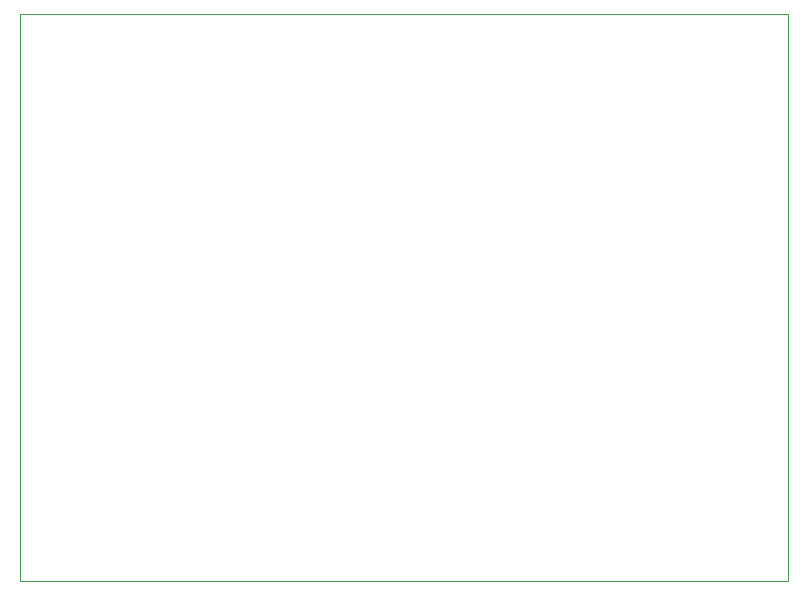
<source format=gbr>
%FSLAX46Y46*%
G04 Gerber Fmt 4.6, Leading zero omitted, Abs format (unit mm)*
G04 Created by KiCad (PCBNEW (2014-jul-16 BZR unknown)-product) date ons  6 aug 2014 17:41:11*
%MOMM*%
G01*
G04 APERTURE LIST*
%ADD10C,0.150000*%
%ADD11C,0.100000*%
G04 APERTURE END LIST*
D10*
D11*
X130500000Y-128500000D02*
X130500000Y-80500000D01*
X195500000Y-128500000D02*
X130500000Y-128500000D01*
X195500000Y-128000000D02*
X195500000Y-128500000D01*
X195500000Y-80500000D02*
X195500000Y-128000000D01*
X130500000Y-80500000D02*
X195500000Y-80500000D01*
M02*

</source>
